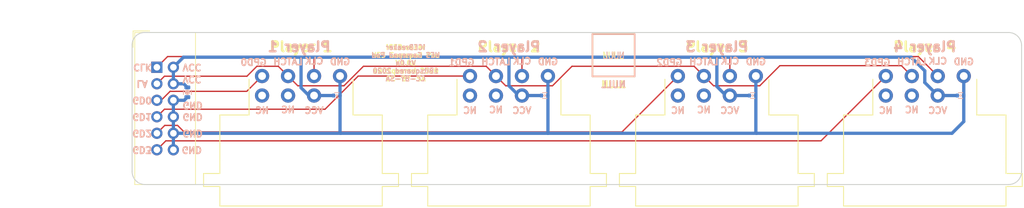
<source format=kicad_pcb>
(kicad_pcb (version 20171130) (host pcbnew 5.1.6-c6e7f7d~87~ubuntu20.04.1)

  (general
    (thickness 0.8)
    (drawings 63)
    (tracks 90)
    (zones 0)
    (modules 15)
    (nets 9)
  )

  (page A4)
  (title_block
    (title "iCEBreaker PMOD - Gamepad & Audio - NES Pod")
    (rev V1.0a)
    (company 1BitSquared)
    (comment 1 "2020 (C) 1BitSquared <info@1bitsquared.com>")
    (comment 2 "2020 (C) Piotr Esden-Tempski <piotr@esden.net>")
    (comment 3 "License: CC-BY-SA 4.0")
  )

  (layers
    (0 F.Cu signal)
    (31 B.Cu signal)
    (33 F.Adhes user)
    (34 B.Paste user)
    (35 F.Paste user)
    (36 B.SilkS user)
    (37 F.SilkS user)
    (38 B.Mask user)
    (39 F.Mask user)
    (40 Dwgs.User user)
    (44 Edge.Cuts user)
    (45 Margin user)
    (46 B.CrtYd user)
    (47 F.CrtYd user)
    (48 B.Fab user)
    (49 F.Fab user)
  )

  (setup
    (last_trace_width 0.2)
    (user_trace_width 0.3)
    (user_trace_width 0.5)
    (trace_clearance 0.2)
    (zone_clearance 0.2)
    (zone_45_only yes)
    (trace_min 0.2)
    (via_size 0.5)
    (via_drill 0.3)
    (via_min_size 0.5)
    (via_min_drill 0.3)
    (uvia_size 0.3)
    (uvia_drill 0.1)
    (uvias_allowed no)
    (uvia_min_size 0.2)
    (uvia_min_drill 0.1)
    (edge_width 0.15)
    (segment_width 0.15)
    (pcb_text_width 0.3)
    (pcb_text_size 1.5 1.5)
    (mod_edge_width 0.15)
    (mod_text_size 1 1)
    (mod_text_width 0.15)
    (pad_size 0.5 0.6)
    (pad_drill 0)
    (pad_to_mask_clearance 0.05)
    (solder_mask_min_width 0.05)
    (aux_axis_origin 37.4 85.7)
    (grid_origin 37.4 74)
    (visible_elements FFFFFF1F)
    (pcbplotparams
      (layerselection 0x010fc_ffffffff)
      (usegerberextensions true)
      (usegerberattributes false)
      (usegerberadvancedattributes false)
      (creategerberjobfile false)
      (excludeedgelayer true)
      (linewidth 0.300000)
      (plotframeref false)
      (viasonmask false)
      (mode 1)
      (useauxorigin true)
      (hpglpennumber 1)
      (hpglpenspeed 20)
      (hpglpendiameter 15.000000)
      (psnegative false)
      (psa4output false)
      (plotreference true)
      (plotvalue true)
      (plotinvisibletext false)
      (padsonsilk false)
      (subtractmaskfromsilk true)
      (outputformat 1)
      (mirror false)
      (drillshape 0)
      (scaleselection 1)
      (outputdirectory "gerber"))
  )

  (net 0 "")
  (net 1 GND)
  (net 2 /LATCH)
  (net 3 /CLK)
  (net 4 /GPD1)
  (net 5 /GPD0)
  (net 6 /GPD3)
  (net 7 /GPD2)
  (net 8 VCC)

  (net_class Default "This is the default net class."
    (clearance 0.2)
    (trace_width 0.2)
    (via_dia 0.5)
    (via_drill 0.3)
    (uvia_dia 0.3)
    (uvia_drill 0.1)
    (add_net /CLK)
    (add_net /GPD0)
    (add_net /GPD1)
    (add_net /GPD2)
    (add_net /GPD3)
    (add_net /LATCH)
    (add_net GND)
    (add_net VCC)
  )

  (module MountingHole:MountingHole_3.2mm_M3 (layer F.Cu) (tedit 5F330A57) (tstamp 5F33666E)
    (at 143.4 74)
    (descr "Mounting Hole 3.2mm, no annular, M3")
    (tags "mounting hole 3.2mm no annular m3")
    (attr virtual)
    (fp_text reference REF** (at 0 -4.2) (layer F.Fab)
      (effects (font (size 1 1) (thickness 0.15)))
    )
    (fp_text value MountingHole_3.2mm_M3 (at 0 4.2) (layer F.Fab)
      (effects (font (size 1 1) (thickness 0.15)))
    )
    (fp_circle (center 0 0) (end 3.45 0) (layer F.CrtYd) (width 0.05))
    (fp_circle (center 0 0) (end 3.2 0) (layer Cmts.User) (width 0.15))
    (pad 1 np_thru_hole circle (at 0 0) (size 3.2 3.2) (drill 3.2) (layers *.Cu *.Mask))
  )

  (module MountingHole:MountingHole_3.2mm_M3 (layer F.Cu) (tedit 5F330A42) (tstamp 5F336656)
    (at 111.4 74)
    (descr "Mounting Hole 3.2mm, no annular, M3")
    (tags "mounting hole 3.2mm no annular m3")
    (attr virtual)
    (fp_text reference REF** (at 0 -4.2) (layer F.Fab)
      (effects (font (size 1 1) (thickness 0.15)))
    )
    (fp_text value MountingHole_3.2mm_M3 (at 0 4.2) (layer F.Fab)
      (effects (font (size 1 1) (thickness 0.15)))
    )
    (fp_circle (center 0 0) (end 3.2 0) (layer Cmts.User) (width 0.15))
    (fp_circle (center 0 0) (end 3.45 0) (layer F.CrtYd) (width 0.05))
    (pad 1 np_thru_hole circle (at 0 0) (size 3.2 3.2) (drill 3.2) (layers *.Cu *.Mask))
  )

  (module MountingHole:MountingHole_3.2mm_M3 (layer F.Cu) (tedit 5F330A30) (tstamp 5F336658)
    (at 79.4 74)
    (descr "Mounting Hole 3.2mm, no annular, M3")
    (tags "mounting hole 3.2mm no annular m3")
    (attr virtual)
    (fp_text reference REF** (at 0 -4.2) (layer F.Fab)
      (effects (font (size 1 1) (thickness 0.15)))
    )
    (fp_text value MountingHole_3.2mm_M3 (at 0 4.2) (layer F.Fab)
      (effects (font (size 1 1) (thickness 0.15)))
    )
    (fp_circle (center 0 0) (end 3.45 0) (layer F.CrtYd) (width 0.05))
    (fp_circle (center 0 0) (end 3.2 0) (layer Cmts.User) (width 0.15))
    (pad 1 np_thru_hole circle (at 0 0) (size 3.2 3.2) (drill 3.2) (layers *.Cu *.Mask))
  )

  (module pkl_connectors:NES (layer F.Cu) (tedit 5F29DCDF) (tstamp 5F2B3D27)
    (at 153.4 69)
    (path /5EA2426E)
    (fp_text reference J5 (at -3.25 0 270) (layer F.Fab)
      (effects (font (size 1 1) (thickness 0.15)))
    )
    (fp_text value NES (at 0 -3) (layer F.Fab) hide
      (effects (font (size 1 1) (thickness 0.15)))
    )
    (fp_line (start 14 6) (end 14 0.5) (layer F.SilkS) (width 0.15))
    (fp_line (start 18.5 6) (end 14 6) (layer F.SilkS) (width 0.15))
    (fp_line (start 18.5 15) (end 18.5 6) (layer F.SilkS) (width 0.15))
    (fp_line (start 21 15) (end 18.5 15) (layer F.SilkS) (width 0.15))
    (fp_line (start 21 17) (end 21 15) (layer F.SilkS) (width 0.15))
    (fp_line (start 18.5 17) (end 21 17) (layer F.SilkS) (width 0.15))
    (fp_line (start 18.5 20) (end 18.5 17) (layer F.SilkS) (width 0.15))
    (fp_line (start -6.5 20) (end 18.5 20) (layer F.SilkS) (width 0.15))
    (fp_line (start -6.5 17) (end -6.5 20) (layer F.SilkS) (width 0.15))
    (fp_line (start -9 17) (end -6.5 17) (layer F.SilkS) (width 0.15))
    (fp_line (start -9 15) (end -9 17) (layer F.SilkS) (width 0.15))
    (fp_line (start -6.5 15) (end -9 15) (layer F.SilkS) (width 0.15))
    (fp_line (start -6.5 6) (end -6.5 15) (layer F.SilkS) (width 0.15))
    (fp_line (start -2 6) (end -6.5 6) (layer F.SilkS) (width 0.15))
    (fp_line (start 14.25 5.75) (end 14.25 -2) (layer F.CrtYd) (width 0.05))
    (fp_line (start 18.75 5.75) (end 14.25 5.75) (layer F.CrtYd) (width 0.05))
    (fp_line (start 18.75 14.75) (end 18.75 5.75) (layer F.CrtYd) (width 0.05))
    (fp_line (start 21.25 14.75) (end 18.75 14.75) (layer F.CrtYd) (width 0.05))
    (fp_line (start 21.25 17.25) (end 21.25 14.75) (layer F.CrtYd) (width 0.05))
    (fp_line (start 18.75 17.25) (end 21.25 17.25) (layer F.CrtYd) (width 0.05))
    (fp_line (start 18.75 20.25) (end 18.75 17.25) (layer F.CrtYd) (width 0.05))
    (fp_line (start -6.75 20.25) (end 18.75 20.25) (layer F.CrtYd) (width 0.05))
    (fp_line (start -6.75 17.25) (end -6.75 20.25) (layer F.CrtYd) (width 0.05))
    (fp_line (start -9.25 17.25) (end -6.75 17.25) (layer F.CrtYd) (width 0.05))
    (fp_line (start -9.25 14.75) (end -9.25 17.25) (layer F.CrtYd) (width 0.05))
    (fp_line (start -6.75 14.75) (end -9.25 14.75) (layer F.CrtYd) (width 0.05))
    (fp_line (start -6.75 5.75) (end -6.75 14.75) (layer F.CrtYd) (width 0.05))
    (fp_line (start -2.25 5.75) (end -6.75 5.75) (layer F.CrtYd) (width 0.05))
    (fp_line (start -2.25 -2) (end -2.25 5.75) (layer F.CrtYd) (width 0.05))
    (fp_line (start -9 17) (end -6.5 17) (layer F.Fab) (width 0.12))
    (fp_line (start -9 15) (end -9 17) (layer F.Fab) (width 0.12))
    (fp_line (start -6.5 15) (end -9 15) (layer F.Fab) (width 0.12))
    (fp_line (start 21 17) (end 18.5 17) (layer F.Fab) (width 0.12))
    (fp_line (start 21 15) (end 21 17) (layer F.Fab) (width 0.12))
    (fp_line (start 18.5 15) (end 21 15) (layer F.Fab) (width 0.12))
    (fp_line (start -6.5 6) (end -2 6) (layer F.Fab) (width 0.12))
    (fp_line (start -6.5 20) (end -6.5 6) (layer F.Fab) (width 0.12))
    (fp_line (start 18.5 20) (end -6.5 20) (layer F.Fab) (width 0.12))
    (fp_line (start 18.5 6) (end 18.5 20) (layer F.Fab) (width 0.12))
    (fp_line (start 14 6) (end 18.5 6) (layer F.Fab) (width 0.12))
    (fp_line (start -2 0.5) (end -2 6) (layer F.SilkS) (width 0.15))
    (fp_circle (center 0 0) (end 1.65 0) (layer F.Fab) (width 0.12))
    (fp_circle (center 4 0) (end 5.65 0) (layer F.Fab) (width 0.12))
    (fp_circle (center 8 0) (end 9.65 0) (layer F.Fab) (width 0.12))
    (fp_circle (center 12 0) (end 13.65 0) (layer F.Fab) (width 0.12))
    (fp_circle (center 0 3) (end 1.65 3) (layer F.Fab) (width 0.12))
    (fp_circle (center 4 3) (end 5.65 3) (layer F.Fab) (width 0.12))
    (fp_circle (center 8 3) (end 9.65 3) (layer F.Fab) (width 0.12))
    (fp_line (start -2 0.5) (end 14 0.5) (layer F.Fab) (width 0.12))
    (fp_line (start -2 0.5) (end -2 6) (layer F.Fab) (width 0.12))
    (fp_line (start 14 0.5) (end 14 6) (layer F.Fab) (width 0.12))
    (fp_line (start -2.25 -2) (end 14.25 -2) (layer F.CrtYd) (width 0.05))
    (pad "" np_thru_hole circle (at -4 13.25) (size 4.1 4.1) (drill 4.1) (layers *.Cu *.Mask))
    (pad "" np_thru_hole circle (at 16 13) (size 4.1 4.1) (drill 4.1) (layers *.Cu *.Mask))
    (pad 7 thru_hole circle (at 8 3) (size 2.2 2.2) (drill 1.2) (layers *.Cu *.Mask)
      (net 8 VCC))
    (pad 6 thru_hole circle (at 4 3) (size 2.2 2.2) (drill 1.2) (layers *.Cu *.Mask))
    (pad 5 thru_hole circle (at 0 3) (size 2.2 2.2) (drill 1.2) (layers *.Cu *.Mask))
    (pad 4 thru_hole circle (at 12 0) (size 2.2 2.2) (drill 1.2) (layers *.Cu *.Mask)
      (net 1 GND))
    (pad 3 thru_hole circle (at 8 0) (size 2.2 2.2) (drill 1.2) (layers *.Cu *.Mask)
      (net 3 /CLK))
    (pad 2 thru_hole circle (at 4 0) (size 2.2 2.2) (drill 1.2) (layers *.Cu *.Mask)
      (net 2 /LATCH))
    (pad 1 thru_hole circle (at 0 0) (size 2.2 2.2) (drill 1.2) (layers *.Cu *.Mask)
      (net 6 /GPD3))
  )

  (module pkl_connectors:NES (layer F.Cu) (tedit 5F29DCDF) (tstamp 5F2B3CE6)
    (at 121.4 69)
    (path /5EA228D3)
    (fp_text reference J4 (at -3.25 0 270) (layer F.Fab)
      (effects (font (size 1 1) (thickness 0.15)))
    )
    (fp_text value NES (at 0 -3) (layer F.Fab) hide
      (effects (font (size 1 1) (thickness 0.15)))
    )
    (fp_line (start 14 6) (end 14 0.5) (layer F.SilkS) (width 0.15))
    (fp_line (start 18.5 6) (end 14 6) (layer F.SilkS) (width 0.15))
    (fp_line (start 18.5 15) (end 18.5 6) (layer F.SilkS) (width 0.15))
    (fp_line (start 21 15) (end 18.5 15) (layer F.SilkS) (width 0.15))
    (fp_line (start 21 17) (end 21 15) (layer F.SilkS) (width 0.15))
    (fp_line (start 18.5 17) (end 21 17) (layer F.SilkS) (width 0.15))
    (fp_line (start 18.5 20) (end 18.5 17) (layer F.SilkS) (width 0.15))
    (fp_line (start -6.5 20) (end 18.5 20) (layer F.SilkS) (width 0.15))
    (fp_line (start -6.5 17) (end -6.5 20) (layer F.SilkS) (width 0.15))
    (fp_line (start -9 17) (end -6.5 17) (layer F.SilkS) (width 0.15))
    (fp_line (start -9 15) (end -9 17) (layer F.SilkS) (width 0.15))
    (fp_line (start -6.5 15) (end -9 15) (layer F.SilkS) (width 0.15))
    (fp_line (start -6.5 6) (end -6.5 15) (layer F.SilkS) (width 0.15))
    (fp_line (start -2 6) (end -6.5 6) (layer F.SilkS) (width 0.15))
    (fp_line (start 14.25 5.75) (end 14.25 -2) (layer F.CrtYd) (width 0.05))
    (fp_line (start 18.75 5.75) (end 14.25 5.75) (layer F.CrtYd) (width 0.05))
    (fp_line (start 18.75 14.75) (end 18.75 5.75) (layer F.CrtYd) (width 0.05))
    (fp_line (start 21.25 14.75) (end 18.75 14.75) (layer F.CrtYd) (width 0.05))
    (fp_line (start 21.25 17.25) (end 21.25 14.75) (layer F.CrtYd) (width 0.05))
    (fp_line (start 18.75 17.25) (end 21.25 17.25) (layer F.CrtYd) (width 0.05))
    (fp_line (start 18.75 20.25) (end 18.75 17.25) (layer F.CrtYd) (width 0.05))
    (fp_line (start -6.75 20.25) (end 18.75 20.25) (layer F.CrtYd) (width 0.05))
    (fp_line (start -6.75 17.25) (end -6.75 20.25) (layer F.CrtYd) (width 0.05))
    (fp_line (start -9.25 17.25) (end -6.75 17.25) (layer F.CrtYd) (width 0.05))
    (fp_line (start -9.25 14.75) (end -9.25 17.25) (layer F.CrtYd) (width 0.05))
    (fp_line (start -6.75 14.75) (end -9.25 14.75) (layer F.CrtYd) (width 0.05))
    (fp_line (start -6.75 5.75) (end -6.75 14.75) (layer F.CrtYd) (width 0.05))
    (fp_line (start -2.25 5.75) (end -6.75 5.75) (layer F.CrtYd) (width 0.05))
    (fp_line (start -2.25 -2) (end -2.25 5.75) (layer F.CrtYd) (width 0.05))
    (fp_line (start -9 17) (end -6.5 17) (layer F.Fab) (width 0.12))
    (fp_line (start -9 15) (end -9 17) (layer F.Fab) (width 0.12))
    (fp_line (start -6.5 15) (end -9 15) (layer F.Fab) (width 0.12))
    (fp_line (start 21 17) (end 18.5 17) (layer F.Fab) (width 0.12))
    (fp_line (start 21 15) (end 21 17) (layer F.Fab) (width 0.12))
    (fp_line (start 18.5 15) (end 21 15) (layer F.Fab) (width 0.12))
    (fp_line (start -6.5 6) (end -2 6) (layer F.Fab) (width 0.12))
    (fp_line (start -6.5 20) (end -6.5 6) (layer F.Fab) (width 0.12))
    (fp_line (start 18.5 20) (end -6.5 20) (layer F.Fab) (width 0.12))
    (fp_line (start 18.5 6) (end 18.5 20) (layer F.Fab) (width 0.12))
    (fp_line (start 14 6) (end 18.5 6) (layer F.Fab) (width 0.12))
    (fp_line (start -2 0.5) (end -2 6) (layer F.SilkS) (width 0.15))
    (fp_circle (center 0 0) (end 1.65 0) (layer F.Fab) (width 0.12))
    (fp_circle (center 4 0) (end 5.65 0) (layer F.Fab) (width 0.12))
    (fp_circle (center 8 0) (end 9.65 0) (layer F.Fab) (width 0.12))
    (fp_circle (center 12 0) (end 13.65 0) (layer F.Fab) (width 0.12))
    (fp_circle (center 0 3) (end 1.65 3) (layer F.Fab) (width 0.12))
    (fp_circle (center 4 3) (end 5.65 3) (layer F.Fab) (width 0.12))
    (fp_circle (center 8 3) (end 9.65 3) (layer F.Fab) (width 0.12))
    (fp_line (start -2 0.5) (end 14 0.5) (layer F.Fab) (width 0.12))
    (fp_line (start -2 0.5) (end -2 6) (layer F.Fab) (width 0.12))
    (fp_line (start 14 0.5) (end 14 6) (layer F.Fab) (width 0.12))
    (fp_line (start -2.25 -2) (end 14.25 -2) (layer F.CrtYd) (width 0.05))
    (pad "" np_thru_hole circle (at -4 13.25) (size 4.1 4.1) (drill 4.1) (layers *.Cu *.Mask))
    (pad "" np_thru_hole circle (at 16 13) (size 4.1 4.1) (drill 4.1) (layers *.Cu *.Mask))
    (pad 7 thru_hole circle (at 8 3) (size 2.2 2.2) (drill 1.2) (layers *.Cu *.Mask)
      (net 8 VCC))
    (pad 6 thru_hole circle (at 4 3) (size 2.2 2.2) (drill 1.2) (layers *.Cu *.Mask))
    (pad 5 thru_hole circle (at 0 3) (size 2.2 2.2) (drill 1.2) (layers *.Cu *.Mask))
    (pad 4 thru_hole circle (at 12 0) (size 2.2 2.2) (drill 1.2) (layers *.Cu *.Mask)
      (net 1 GND))
    (pad 3 thru_hole circle (at 8 0) (size 2.2 2.2) (drill 1.2) (layers *.Cu *.Mask)
      (net 3 /CLK))
    (pad 2 thru_hole circle (at 4 0) (size 2.2 2.2) (drill 1.2) (layers *.Cu *.Mask)
      (net 2 /LATCH))
    (pad 1 thru_hole circle (at 0 0) (size 2.2 2.2) (drill 1.2) (layers *.Cu *.Mask)
      (net 7 /GPD2))
  )

  (module pkl_connectors:NES (layer F.Cu) (tedit 5F29DCDF) (tstamp 5F2B3C55)
    (at 89.4 69)
    (path /5EA2131C)
    (fp_text reference J2 (at -3.25 0 270) (layer F.Fab)
      (effects (font (size 1 1) (thickness 0.15)))
    )
    (fp_text value NES (at 0 -3) (layer F.Fab) hide
      (effects (font (size 1 1) (thickness 0.15)))
    )
    (fp_line (start 14 6) (end 14 0.5) (layer F.SilkS) (width 0.15))
    (fp_line (start 18.5 6) (end 14 6) (layer F.SilkS) (width 0.15))
    (fp_line (start 18.5 15) (end 18.5 6) (layer F.SilkS) (width 0.15))
    (fp_line (start 21 15) (end 18.5 15) (layer F.SilkS) (width 0.15))
    (fp_line (start 21 17) (end 21 15) (layer F.SilkS) (width 0.15))
    (fp_line (start 18.5 17) (end 21 17) (layer F.SilkS) (width 0.15))
    (fp_line (start 18.5 20) (end 18.5 17) (layer F.SilkS) (width 0.15))
    (fp_line (start -6.5 20) (end 18.5 20) (layer F.SilkS) (width 0.15))
    (fp_line (start -6.5 17) (end -6.5 20) (layer F.SilkS) (width 0.15))
    (fp_line (start -9 17) (end -6.5 17) (layer F.SilkS) (width 0.15))
    (fp_line (start -9 15) (end -9 17) (layer F.SilkS) (width 0.15))
    (fp_line (start -6.5 15) (end -9 15) (layer F.SilkS) (width 0.15))
    (fp_line (start -6.5 6) (end -6.5 15) (layer F.SilkS) (width 0.15))
    (fp_line (start -2 6) (end -6.5 6) (layer F.SilkS) (width 0.15))
    (fp_line (start 14.25 5.75) (end 14.25 -2) (layer F.CrtYd) (width 0.05))
    (fp_line (start 18.75 5.75) (end 14.25 5.75) (layer F.CrtYd) (width 0.05))
    (fp_line (start 18.75 14.75) (end 18.75 5.75) (layer F.CrtYd) (width 0.05))
    (fp_line (start 21.25 14.75) (end 18.75 14.75) (layer F.CrtYd) (width 0.05))
    (fp_line (start 21.25 17.25) (end 21.25 14.75) (layer F.CrtYd) (width 0.05))
    (fp_line (start 18.75 17.25) (end 21.25 17.25) (layer F.CrtYd) (width 0.05))
    (fp_line (start 18.75 20.25) (end 18.75 17.25) (layer F.CrtYd) (width 0.05))
    (fp_line (start -6.75 20.25) (end 18.75 20.25) (layer F.CrtYd) (width 0.05))
    (fp_line (start -6.75 17.25) (end -6.75 20.25) (layer F.CrtYd) (width 0.05))
    (fp_line (start -9.25 17.25) (end -6.75 17.25) (layer F.CrtYd) (width 0.05))
    (fp_line (start -9.25 14.75) (end -9.25 17.25) (layer F.CrtYd) (width 0.05))
    (fp_line (start -6.75 14.75) (end -9.25 14.75) (layer F.CrtYd) (width 0.05))
    (fp_line (start -6.75 5.75) (end -6.75 14.75) (layer F.CrtYd) (width 0.05))
    (fp_line (start -2.25 5.75) (end -6.75 5.75) (layer F.CrtYd) (width 0.05))
    (fp_line (start -2.25 -2) (end -2.25 5.75) (layer F.CrtYd) (width 0.05))
    (fp_line (start -9 17) (end -6.5 17) (layer F.Fab) (width 0.12))
    (fp_line (start -9 15) (end -9 17) (layer F.Fab) (width 0.12))
    (fp_line (start -6.5 15) (end -9 15) (layer F.Fab) (width 0.12))
    (fp_line (start 21 17) (end 18.5 17) (layer F.Fab) (width 0.12))
    (fp_line (start 21 15) (end 21 17) (layer F.Fab) (width 0.12))
    (fp_line (start 18.5 15) (end 21 15) (layer F.Fab) (width 0.12))
    (fp_line (start -6.5 6) (end -2 6) (layer F.Fab) (width 0.12))
    (fp_line (start -6.5 20) (end -6.5 6) (layer F.Fab) (width 0.12))
    (fp_line (start 18.5 20) (end -6.5 20) (layer F.Fab) (width 0.12))
    (fp_line (start 18.5 6) (end 18.5 20) (layer F.Fab) (width 0.12))
    (fp_line (start 14 6) (end 18.5 6) (layer F.Fab) (width 0.12))
    (fp_line (start -2 0.5) (end -2 6) (layer F.SilkS) (width 0.15))
    (fp_circle (center 0 0) (end 1.65 0) (layer F.Fab) (width 0.12))
    (fp_circle (center 4 0) (end 5.65 0) (layer F.Fab) (width 0.12))
    (fp_circle (center 8 0) (end 9.65 0) (layer F.Fab) (width 0.12))
    (fp_circle (center 12 0) (end 13.65 0) (layer F.Fab) (width 0.12))
    (fp_circle (center 0 3) (end 1.65 3) (layer F.Fab) (width 0.12))
    (fp_circle (center 4 3) (end 5.65 3) (layer F.Fab) (width 0.12))
    (fp_circle (center 8 3) (end 9.65 3) (layer F.Fab) (width 0.12))
    (fp_line (start -2 0.5) (end 14 0.5) (layer F.Fab) (width 0.12))
    (fp_line (start -2 0.5) (end -2 6) (layer F.Fab) (width 0.12))
    (fp_line (start 14 0.5) (end 14 6) (layer F.Fab) (width 0.12))
    (fp_line (start -2.25 -2) (end 14.25 -2) (layer F.CrtYd) (width 0.05))
    (pad "" np_thru_hole circle (at -4 13.25) (size 4.1 4.1) (drill 4.1) (layers *.Cu *.Mask))
    (pad "" np_thru_hole circle (at 16 13) (size 4.1 4.1) (drill 4.1) (layers *.Cu *.Mask))
    (pad 7 thru_hole circle (at 8 3) (size 2.2 2.2) (drill 1.2) (layers *.Cu *.Mask)
      (net 8 VCC))
    (pad 6 thru_hole circle (at 4 3) (size 2.2 2.2) (drill 1.2) (layers *.Cu *.Mask))
    (pad 5 thru_hole circle (at 0 3) (size 2.2 2.2) (drill 1.2) (layers *.Cu *.Mask))
    (pad 4 thru_hole circle (at 12 0) (size 2.2 2.2) (drill 1.2) (layers *.Cu *.Mask)
      (net 1 GND))
    (pad 3 thru_hole circle (at 8 0) (size 2.2 2.2) (drill 1.2) (layers *.Cu *.Mask)
      (net 3 /CLK))
    (pad 2 thru_hole circle (at 4 0) (size 2.2 2.2) (drill 1.2) (layers *.Cu *.Mask)
      (net 2 /LATCH))
    (pad 1 thru_hole circle (at 0 0) (size 2.2 2.2) (drill 1.2) (layers *.Cu *.Mask)
      (net 4 /GPD1))
  )

  (module pkl_connectors:NES (layer F.Cu) (tedit 5F29DCDF) (tstamp 5F2B3C14)
    (at 57.4 69)
    (path /5EA12A6A)
    (fp_text reference J1 (at -3.25 0 270) (layer F.Fab)
      (effects (font (size 1 1) (thickness 0.15)))
    )
    (fp_text value NES (at 0 -3) (layer F.Fab) hide
      (effects (font (size 1 1) (thickness 0.15)))
    )
    (fp_line (start 14 6) (end 14 0.5) (layer F.SilkS) (width 0.15))
    (fp_line (start 18.5 6) (end 14 6) (layer F.SilkS) (width 0.15))
    (fp_line (start 18.5 15) (end 18.5 6) (layer F.SilkS) (width 0.15))
    (fp_line (start 21 15) (end 18.5 15) (layer F.SilkS) (width 0.15))
    (fp_line (start 21 17) (end 21 15) (layer F.SilkS) (width 0.15))
    (fp_line (start 18.5 17) (end 21 17) (layer F.SilkS) (width 0.15))
    (fp_line (start 18.5 20) (end 18.5 17) (layer F.SilkS) (width 0.15))
    (fp_line (start -6.5 20) (end 18.5 20) (layer F.SilkS) (width 0.15))
    (fp_line (start -6.5 17) (end -6.5 20) (layer F.SilkS) (width 0.15))
    (fp_line (start -9 17) (end -6.5 17) (layer F.SilkS) (width 0.15))
    (fp_line (start -9 15) (end -9 17) (layer F.SilkS) (width 0.15))
    (fp_line (start -6.5 15) (end -9 15) (layer F.SilkS) (width 0.15))
    (fp_line (start -6.5 6) (end -6.5 15) (layer F.SilkS) (width 0.15))
    (fp_line (start -2 6) (end -6.5 6) (layer F.SilkS) (width 0.15))
    (fp_line (start 14.25 5.75) (end 14.25 -2) (layer F.CrtYd) (width 0.05))
    (fp_line (start 18.75 5.75) (end 14.25 5.75) (layer F.CrtYd) (width 0.05))
    (fp_line (start 18.75 14.75) (end 18.75 5.75) (layer F.CrtYd) (width 0.05))
    (fp_line (start 21.25 14.75) (end 18.75 14.75) (layer F.CrtYd) (width 0.05))
    (fp_line (start 21.25 17.25) (end 21.25 14.75) (layer F.CrtYd) (width 0.05))
    (fp_line (start 18.75 17.25) (end 21.25 17.25) (layer F.CrtYd) (width 0.05))
    (fp_line (start 18.75 20.25) (end 18.75 17.25) (layer F.CrtYd) (width 0.05))
    (fp_line (start -6.75 20.25) (end 18.75 20.25) (layer F.CrtYd) (width 0.05))
    (fp_line (start -6.75 17.25) (end -6.75 20.25) (layer F.CrtYd) (width 0.05))
    (fp_line (start -9.25 17.25) (end -6.75 17.25) (layer F.CrtYd) (width 0.05))
    (fp_line (start -9.25 14.75) (end -9.25 17.25) (layer F.CrtYd) (width 0.05))
    (fp_line (start -6.75 14.75) (end -9.25 14.75) (layer F.CrtYd) (width 0.05))
    (fp_line (start -6.75 5.75) (end -6.75 14.75) (layer F.CrtYd) (width 0.05))
    (fp_line (start -2.25 5.75) (end -6.75 5.75) (layer F.CrtYd) (width 0.05))
    (fp_line (start -2.25 -2) (end -2.25 5.75) (layer F.CrtYd) (width 0.05))
    (fp_line (start -9 17) (end -6.5 17) (layer F.Fab) (width 0.12))
    (fp_line (start -9 15) (end -9 17) (layer F.Fab) (width 0.12))
    (fp_line (start -6.5 15) (end -9 15) (layer F.Fab) (width 0.12))
    (fp_line (start 21 17) (end 18.5 17) (layer F.Fab) (width 0.12))
    (fp_line (start 21 15) (end 21 17) (layer F.Fab) (width 0.12))
    (fp_line (start 18.5 15) (end 21 15) (layer F.Fab) (width 0.12))
    (fp_line (start -6.5 6) (end -2 6) (layer F.Fab) (width 0.12))
    (fp_line (start -6.5 20) (end -6.5 6) (layer F.Fab) (width 0.12))
    (fp_line (start 18.5 20) (end -6.5 20) (layer F.Fab) (width 0.12))
    (fp_line (start 18.5 6) (end 18.5 20) (layer F.Fab) (width 0.12))
    (fp_line (start 14 6) (end 18.5 6) (layer F.Fab) (width 0.12))
    (fp_line (start -2 0.5) (end -2 6) (layer F.SilkS) (width 0.15))
    (fp_circle (center 0 0) (end 1.65 0) (layer F.Fab) (width 0.12))
    (fp_circle (center 4 0) (end 5.65 0) (layer F.Fab) (width 0.12))
    (fp_circle (center 8 0) (end 9.65 0) (layer F.Fab) (width 0.12))
    (fp_circle (center 12 0) (end 13.65 0) (layer F.Fab) (width 0.12))
    (fp_circle (center 0 3) (end 1.65 3) (layer F.Fab) (width 0.12))
    (fp_circle (center 4 3) (end 5.65 3) (layer F.Fab) (width 0.12))
    (fp_circle (center 8 3) (end 9.65 3) (layer F.Fab) (width 0.12))
    (fp_line (start -2 0.5) (end 14 0.5) (layer F.Fab) (width 0.12))
    (fp_line (start -2 0.5) (end -2 6) (layer F.Fab) (width 0.12))
    (fp_line (start 14 0.5) (end 14 6) (layer F.Fab) (width 0.12))
    (fp_line (start -2.25 -2) (end 14.25 -2) (layer F.CrtYd) (width 0.05))
    (pad "" np_thru_hole circle (at -4 13.25) (size 4.1 4.1) (drill 4.1) (layers *.Cu *.Mask))
    (pad "" np_thru_hole circle (at 16 13) (size 4.1 4.1) (drill 4.1) (layers *.Cu *.Mask))
    (pad 7 thru_hole circle (at 8 3) (size 2.2 2.2) (drill 1.2) (layers *.Cu *.Mask)
      (net 8 VCC))
    (pad 6 thru_hole circle (at 4 3) (size 2.2 2.2) (drill 1.2) (layers *.Cu *.Mask))
    (pad 5 thru_hole circle (at 0 3) (size 2.2 2.2) (drill 1.2) (layers *.Cu *.Mask))
    (pad 4 thru_hole circle (at 12 0) (size 2.2 2.2) (drill 1.2) (layers *.Cu *.Mask)
      (net 1 GND))
    (pad 3 thru_hole circle (at 8 0) (size 2.2 2.2) (drill 1.2) (layers *.Cu *.Mask)
      (net 3 /CLK))
    (pad 2 thru_hole circle (at 4 0) (size 2.2 2.2) (drill 1.2) (layers *.Cu *.Mask)
      (net 2 /LATCH))
    (pad 1 thru_hole circle (at 0 0) (size 2.2 2.2) (drill 1.2) (layers *.Cu *.Mask)
      (net 5 /GPD0))
  )

  (module pkl_logos:null_Logo_SilkS_6.5mm locked (layer F.Cu) (tedit 5E7ED19E) (tstamp 5BEA8E64)
    (at 111.5 65.8)
    (fp_text reference REF** (at 0 4) (layer F.Fab) hide
      (effects (font (size 1 1) (thickness 0.15)))
    )
    (fp_text value null_Logo_SilkS_6.5mm (at 0 -4) (layer F.Fab) hide
      (effects (font (size 1 1) (thickness 0.15)))
    )
    (fp_arc (start -0.4 0.2) (end -0.7 0.2) (angle -180) (layer F.SilkS) (width 0.15))
    (fp_line (start -3.25 3.25) (end 3.25 3.25) (layer F.SilkS) (width 0.26))
    (fp_line (start 3.25 -3.25) (end 3.25 3.25) (layer F.SilkS) (width 0.26))
    (fp_line (start -3.25 -3.25) (end -3.25 3.25) (layer F.SilkS) (width 0.26))
    (fp_line (start 3.25 -3.25) (end -3.25 -3.25) (layer F.SilkS) (width 0.26))
    (fp_line (start -1.5 0.5) (end -1.5 -0.5) (layer F.SilkS) (width 0.15))
    (fp_line (start -1.5 -0.5) (end -1 0.5) (layer F.SilkS) (width 0.15))
    (fp_line (start -1 0.5) (end -1 -0.5) (layer F.SilkS) (width 0.15))
    (fp_line (start -0.7 -0.5) (end -0.7 0.2) (layer F.SilkS) (width 0.15))
    (fp_line (start -0.1 0.2) (end -0.1 -0.5) (layer F.SilkS) (width 0.15))
    (fp_line (start 0.2 -0.5) (end 0.2 0.5) (layer F.SilkS) (width 0.15))
    (fp_line (start 0.2 0.5) (end 0.7 0.5) (layer F.SilkS) (width 0.15))
    (fp_line (start 1 -0.5) (end 1 0.5) (layer F.SilkS) (width 0.15))
    (fp_line (start 1 0.5) (end 1.5 0.5) (layer F.SilkS) (width 0.15))
  )

  (module pkl_logos:null_Logo_SilkS_6.5mm locked (layer B.Cu) (tedit 5E7ED19E) (tstamp 5E986C13)
    (at 111.5 65.8 180)
    (fp_text reference REF** (at 0 -4) (layer B.Fab) hide
      (effects (font (size 1 1) (thickness 0.15)) (justify mirror))
    )
    (fp_text value null_Logo_SilkS_6.5mm (at 0 4) (layer B.Fab) hide
      (effects (font (size 1 1) (thickness 0.15)) (justify mirror))
    )
    (fp_arc (start -0.4 -0.2) (end -0.7 -0.2) (angle 180) (layer B.SilkS) (width 0.15))
    (fp_line (start -3.25 -3.25) (end 3.25 -3.25) (layer B.SilkS) (width 0.26))
    (fp_line (start 3.25 3.25) (end 3.25 -3.25) (layer B.SilkS) (width 0.26))
    (fp_line (start -3.25 3.25) (end -3.25 -3.25) (layer B.SilkS) (width 0.26))
    (fp_line (start 3.25 3.25) (end -3.25 3.25) (layer B.SilkS) (width 0.26))
    (fp_line (start -1.5 -0.5) (end -1.5 0.5) (layer B.SilkS) (width 0.15))
    (fp_line (start -1.5 0.5) (end -1 -0.5) (layer B.SilkS) (width 0.15))
    (fp_line (start -1 -0.5) (end -1 0.5) (layer B.SilkS) (width 0.15))
    (fp_line (start -0.7 0.5) (end -0.7 -0.2) (layer B.SilkS) (width 0.15))
    (fp_line (start -0.1 -0.2) (end -0.1 0.5) (layer B.SilkS) (width 0.15))
    (fp_line (start 0.2 0.5) (end 0.2 -0.5) (layer B.SilkS) (width 0.15))
    (fp_line (start 0.2 -0.5) (end 0.7 -0.5) (layer B.SilkS) (width 0.15))
    (fp_line (start 1 0.5) (end 1 -0.5) (layer B.SilkS) (width 0.15))
    (fp_line (start 1 -0.5) (end 1.5 -0.5) (layer B.SilkS) (width 0.15))
  )

  (module Connector_IDC:IDC-Header_2x06_P2.54mm_Vertical (layer F.Cu) (tedit 5E97A38F) (tstamp 5E97612D)
    (at 41.21 67.65)
    (descr "Through hole straight IDC box header, 2x06, 2.54mm pitch, double rows")
    (tags "Through hole IDC box header THT 2x06 2.54mm double row")
    (path /5EAB5279)
    (fp_text reference J3 (at 1.27 -6.604) (layer F.Fab)
      (effects (font (size 1 1) (thickness 0.15)))
    )
    (fp_text value Gamepads (at 1.27 19.304) (layer F.Fab)
      (effects (font (size 1 1) (thickness 0.15)))
    )
    (fp_line (start -3.655 -5.6) (end -1.115 -5.6) (layer F.SilkS) (width 0.12))
    (fp_line (start -3.655 -5.6) (end -3.655 -3.06) (layer F.SilkS) (width 0.12))
    (fp_line (start -3.405 -5.35) (end 5.945 -5.35) (layer F.SilkS) (width 0.12))
    (fp_line (start -3.405 18.05) (end -3.405 -5.35) (layer F.SilkS) (width 0.12))
    (fp_line (start 5.945 18.05) (end -3.405 18.05) (layer F.SilkS) (width 0.12))
    (fp_line (start 5.945 -5.35) (end 5.945 18.05) (layer F.SilkS) (width 0.12))
    (fp_line (start -3.41 -5.35) (end 5.95 -5.35) (layer F.CrtYd) (width 0.05))
    (fp_line (start -3.41 18.05) (end -3.41 -5.35) (layer F.CrtYd) (width 0.05))
    (fp_line (start 5.95 18.05) (end -3.41 18.05) (layer F.CrtYd) (width 0.05))
    (fp_line (start 5.95 -5.35) (end 5.95 18.05) (layer F.CrtYd) (width 0.05))
    (fp_line (start -3.155 17.8) (end -2.605 17.24) (layer F.Fab) (width 0.1))
    (fp_line (start -3.155 -5.1) (end -2.605 -4.56) (layer F.Fab) (width 0.1))
    (fp_line (start 5.695 17.8) (end 5.145 17.24) (layer F.Fab) (width 0.1))
    (fp_line (start 5.695 -5.1) (end 5.145 -4.56) (layer F.Fab) (width 0.1))
    (fp_line (start 5.145 17.24) (end -2.605 17.24) (layer F.Fab) (width 0.1))
    (fp_line (start 5.695 17.8) (end -3.155 17.8) (layer F.Fab) (width 0.1))
    (fp_line (start 5.145 -4.56) (end -2.605 -4.56) (layer F.Fab) (width 0.1))
    (fp_line (start 5.695 -5.1) (end -3.155 -5.1) (layer F.Fab) (width 0.1))
    (fp_line (start -2.605 8.6) (end -3.155 8.6) (layer F.Fab) (width 0.1))
    (fp_line (start -2.605 4.1) (end -3.155 4.1) (layer F.Fab) (width 0.1))
    (fp_line (start -2.605 8.6) (end -2.605 17.24) (layer F.Fab) (width 0.1))
    (fp_line (start -2.605 -4.56) (end -2.605 4.1) (layer F.Fab) (width 0.1))
    (fp_line (start -3.155 -5.1) (end -3.155 17.8) (layer F.Fab) (width 0.1))
    (fp_line (start 5.145 -4.56) (end 5.145 17.24) (layer F.Fab) (width 0.1))
    (fp_line (start 5.695 -5.1) (end 5.695 17.8) (layer F.Fab) (width 0.1))
    (pad 12 thru_hole oval (at 2.54 12.7) (size 1.7272 1.7272) (drill 1.016) (layers *.Cu *.Mask)
      (net 1 GND))
    (pad 11 thru_hole oval (at 0 12.7) (size 1.7272 1.7272) (drill 1.016) (layers *.Cu *.Mask)
      (net 6 /GPD3))
    (pad 10 thru_hole oval (at 2.54 10.16) (size 1.7272 1.7272) (drill 1.016) (layers *.Cu *.Mask)
      (net 1 GND))
    (pad 9 thru_hole oval (at 0 10.16) (size 1.7272 1.7272) (drill 1.016) (layers *.Cu *.Mask)
      (net 7 /GPD2))
    (pad 8 thru_hole oval (at 2.54 7.62) (size 1.7272 1.7272) (drill 1.016) (layers *.Cu *.Mask)
      (net 1 GND))
    (pad 7 thru_hole oval (at 0 7.62) (size 1.7272 1.7272) (drill 1.016) (layers *.Cu *.Mask)
      (net 4 /GPD1))
    (pad 6 thru_hole oval (at 2.54 5.08) (size 1.7272 1.7272) (drill 1.016) (layers *.Cu *.Mask)
      (net 1 GND))
    (pad 5 thru_hole oval (at 0 5.08) (size 1.7272 1.7272) (drill 1.016) (layers *.Cu *.Mask)
      (net 5 /GPD0))
    (pad 4 thru_hole oval (at 2.54 2.54) (size 1.7272 1.7272) (drill 1.016) (layers *.Cu *.Mask)
      (net 8 VCC))
    (pad 3 thru_hole oval (at 0 2.54) (size 1.7272 1.7272) (drill 1.016) (layers *.Cu *.Mask)
      (net 2 /LATCH))
    (pad 2 thru_hole oval (at 2.54 0) (size 1.7272 1.7272) (drill 1.016) (layers *.Cu *.Mask)
      (net 8 VCC))
    (pad 1 thru_hole rect (at 0 0) (size 1.7272 1.7272) (drill 1.016) (layers *.Cu *.Mask)
      (net 3 /CLK))
    (model ${KISYS3DMOD}/Connector_IDC.3dshapes/IDC-Header_2x06_P2.54mm_Vertical.wrl
      (at (xyz 0 0 0))
      (scale (xyz 1 1 1))
      (rotate (xyz 0 0 0))
    )
  )

  (module pkl_dipol:C_0402 (layer B.Cu) (tedit 5B8B5916) (tstamp 5E97FF00)
    (at 164.9 72 180)
    (descr "Capacitor SMD 0402, reflow soldering")
    (tags "capacitor 0402")
    (path /5E9B4F09)
    (attr smd)
    (fp_text reference C5 (at 0 1.1) (layer B.Fab)
      (effects (font (size 0.635 0.635) (thickness 0.1)) (justify mirror))
    )
    (fp_text value 100n (at 0 -1.2) (layer B.Fab)
      (effects (font (size 0.635 0.635) (thickness 0.1)) (justify mirror))
    )
    (fp_line (start 0.35 -0.44) (end -0.35 -0.44) (layer B.SilkS) (width 0.13))
    (fp_line (start -0.35 0.44) (end 0.35 0.44) (layer B.SilkS) (width 0.13))
    (fp_line (start 0.95 0.5) (end 0.95 -0.5) (layer B.CrtYd) (width 0.05))
    (fp_line (start -0.95 0.5) (end -0.95 -0.5) (layer B.CrtYd) (width 0.05))
    (fp_line (start -0.95 -0.5) (end 0.95 -0.5) (layer B.CrtYd) (width 0.05))
    (fp_line (start -0.95 0.5) (end 0.95 0.5) (layer B.CrtYd) (width 0.05))
    (fp_circle (center 0 0) (end 0.1 0) (layer B.SilkS) (width 0.2))
    (pad 2 smd roundrect (at 0.5 0 180) (size 0.5 0.6) (layers B.Cu B.Paste B.Mask) (roundrect_rratio 0.25)
      (net 8 VCC))
    (pad 1 smd roundrect (at -0.5 0 180) (size 0.5 0.6) (layers B.Cu B.Paste B.Mask) (roundrect_rratio 0.25)
      (net 1 GND))
    (model ${KISYS3DMOD}/Capacitor_SMD.3dshapes/C_0402_1005Metric.step
      (at (xyz 0 0 0))
      (scale (xyz 1 1 1))
      (rotate (xyz 0 0 0))
    )
  )

  (module pkl_dipol:C_0402 (layer B.Cu) (tedit 5B8B5916) (tstamp 5E97FEF3)
    (at 132.9 72 180)
    (descr "Capacitor SMD 0402, reflow soldering")
    (tags "capacitor 0402")
    (path /5E99E051)
    (attr smd)
    (fp_text reference C4 (at 0 1.1) (layer B.Fab)
      (effects (font (size 0.635 0.635) (thickness 0.1)) (justify mirror))
    )
    (fp_text value 100n (at 0 -1.2) (layer B.Fab)
      (effects (font (size 0.635 0.635) (thickness 0.1)) (justify mirror))
    )
    (fp_line (start 0.35 -0.44) (end -0.35 -0.44) (layer B.SilkS) (width 0.13))
    (fp_line (start -0.35 0.44) (end 0.35 0.44) (layer B.SilkS) (width 0.13))
    (fp_line (start 0.95 0.5) (end 0.95 -0.5) (layer B.CrtYd) (width 0.05))
    (fp_line (start -0.95 0.5) (end -0.95 -0.5) (layer B.CrtYd) (width 0.05))
    (fp_line (start -0.95 -0.5) (end 0.95 -0.5) (layer B.CrtYd) (width 0.05))
    (fp_line (start -0.95 0.5) (end 0.95 0.5) (layer B.CrtYd) (width 0.05))
    (fp_circle (center 0 0) (end 0.1 0) (layer B.SilkS) (width 0.2))
    (pad 2 smd roundrect (at 0.5 0 180) (size 0.5 0.6) (layers B.Cu B.Paste B.Mask) (roundrect_rratio 0.25)
      (net 8 VCC))
    (pad 1 smd roundrect (at -0.5 0 180) (size 0.5 0.6) (layers B.Cu B.Paste B.Mask) (roundrect_rratio 0.25)
      (net 1 GND))
    (model ${KISYS3DMOD}/Capacitor_SMD.3dshapes/C_0402_1005Metric.step
      (at (xyz 0 0 0))
      (scale (xyz 1 1 1))
      (rotate (xyz 0 0 0))
    )
  )

  (module pkl_dipol:C_0402 (layer B.Cu) (tedit 5B8B5916) (tstamp 5E97FEE6)
    (at 100.9 72 180)
    (descr "Capacitor SMD 0402, reflow soldering")
    (tags "capacitor 0402")
    (path /5E99BFFF)
    (attr smd)
    (fp_text reference C3 (at 0 1.1) (layer B.Fab)
      (effects (font (size 0.635 0.635) (thickness 0.1)) (justify mirror))
    )
    (fp_text value 100n (at 0 -1.2) (layer B.Fab)
      (effects (font (size 0.635 0.635) (thickness 0.1)) (justify mirror))
    )
    (fp_line (start 0.35 -0.44) (end -0.35 -0.44) (layer B.SilkS) (width 0.13))
    (fp_line (start -0.35 0.44) (end 0.35 0.44) (layer B.SilkS) (width 0.13))
    (fp_line (start 0.95 0.5) (end 0.95 -0.5) (layer B.CrtYd) (width 0.05))
    (fp_line (start -0.95 0.5) (end -0.95 -0.5) (layer B.CrtYd) (width 0.05))
    (fp_line (start -0.95 -0.5) (end 0.95 -0.5) (layer B.CrtYd) (width 0.05))
    (fp_line (start -0.95 0.5) (end 0.95 0.5) (layer B.CrtYd) (width 0.05))
    (fp_circle (center 0 0) (end 0.1 0) (layer B.SilkS) (width 0.2))
    (pad 2 smd roundrect (at 0.5 0 180) (size 0.5 0.6) (layers B.Cu B.Paste B.Mask) (roundrect_rratio 0.25)
      (net 8 VCC))
    (pad 1 smd roundrect (at -0.5 0 180) (size 0.5 0.6) (layers B.Cu B.Paste B.Mask) (roundrect_rratio 0.25)
      (net 1 GND))
    (model ${KISYS3DMOD}/Capacitor_SMD.3dshapes/C_0402_1005Metric.step
      (at (xyz 0 0 0))
      (scale (xyz 1 1 1))
      (rotate (xyz 0 0 0))
    )
  )

  (module pkl_dipol:C_0402 (layer B.Cu) (tedit 5B8B5916) (tstamp 5E97FED9)
    (at 68.9 72 180)
    (descr "Capacitor SMD 0402, reflow soldering")
    (tags "capacitor 0402")
    (path /5E98AC69)
    (attr smd)
    (fp_text reference C2 (at 0 1.1) (layer B.Fab)
      (effects (font (size 0.635 0.635) (thickness 0.1)) (justify mirror))
    )
    (fp_text value 100n (at 0 -1.2) (layer B.Fab)
      (effects (font (size 0.635 0.635) (thickness 0.1)) (justify mirror))
    )
    (fp_line (start 0.35 -0.44) (end -0.35 -0.44) (layer B.SilkS) (width 0.13))
    (fp_line (start -0.35 0.44) (end 0.35 0.44) (layer B.SilkS) (width 0.13))
    (fp_line (start 0.95 0.5) (end 0.95 -0.5) (layer B.CrtYd) (width 0.05))
    (fp_line (start -0.95 0.5) (end -0.95 -0.5) (layer B.CrtYd) (width 0.05))
    (fp_line (start -0.95 -0.5) (end 0.95 -0.5) (layer B.CrtYd) (width 0.05))
    (fp_line (start -0.95 0.5) (end 0.95 0.5) (layer B.CrtYd) (width 0.05))
    (fp_circle (center 0 0) (end 0.1 0) (layer B.SilkS) (width 0.2))
    (pad 2 smd roundrect (at 0.5 0 180) (size 0.5 0.6) (layers B.Cu B.Paste B.Mask) (roundrect_rratio 0.25)
      (net 8 VCC))
    (pad 1 smd roundrect (at -0.5 0 180) (size 0.5 0.6) (layers B.Cu B.Paste B.Mask) (roundrect_rratio 0.25)
      (net 1 GND))
    (model ${KISYS3DMOD}/Capacitor_SMD.3dshapes/C_0402_1005Metric.step
      (at (xyz 0 0 0))
      (scale (xyz 1 1 1))
      (rotate (xyz 0 0 0))
    )
  )

  (module pkl_dipol:C_0603 (layer B.Cu) (tedit 5B8B5957) (tstamp 5BF62B96)
    (at 45.9 71.5 270)
    (descr "Capacitor SMD 0603, reflow soldering")
    (tags "capacitor 0603")
    (path /5BAA8EB6)
    (attr smd)
    (fp_text reference C1 (at 0 0.05 90) (layer B.Fab)
      (effects (font (size 0.635 0.635) (thickness 0.1)) (justify mirror))
    )
    (fp_text value 10u (at -2.062 0.05 90) (layer B.Fab)
      (effects (font (size 0.635 0.635) (thickness 0.1)) (justify mirror))
    )
    (fp_circle (center 0 0) (end 0.2 0) (layer B.SilkS) (width 0.4))
    (fp_line (start -1.175 0.725) (end 1.175 0.725) (layer B.CrtYd) (width 0.05))
    (fp_line (start -1.175 -0.725) (end 1.175 -0.725) (layer B.CrtYd) (width 0.05))
    (fp_line (start -1.175 0.725) (end -1.175 -0.725) (layer B.CrtYd) (width 0.05))
    (fp_line (start 1.175 0.725) (end 1.175 -0.725) (layer B.CrtYd) (width 0.05))
    (fp_line (start -0.35 0.61) (end 0.35 0.61) (layer B.SilkS) (width 0.13))
    (fp_line (start 0.35 -0.61) (end -0.35 -0.61) (layer B.SilkS) (width 0.13))
    (pad 1 smd roundrect (at -0.75 0 270) (size 0.6 0.9) (layers B.Cu B.Paste B.Mask) (roundrect_rratio 0.25)
      (net 8 VCC))
    (pad 2 smd roundrect (at 0.75 0 270) (size 0.6 0.9) (layers B.Cu B.Paste B.Mask) (roundrect_rratio 0.25)
      (net 1 GND))
    (model ${KISYS3DMOD}/Capacitor_SMD.3dshapes/C_0603_1608Metric.step
      (at (xyz 0 0 0))
      (scale (xyz 1 1 1))
      (rotate (xyz 0 0 0))
    )
  )

  (gr_text LATCH (at 157.4 66.8) (layer B.SilkS) (tstamp 5F33770C)
    (effects (font (size 1 1) (thickness 0.25)) (justify mirror))
  )
  (gr_text GND (at 165.4 66.8) (layer B.SilkS) (tstamp 5F33770B)
    (effects (font (size 1 1) (thickness 0.25)) (justify mirror))
  )
  (gr_text CLK (at 161.4 66.7) (layer B.SilkS) (tstamp 5F33770A)
    (effects (font (size 1 1) (thickness 0.25)) (justify mirror))
  )
  (gr_text NC (at 153.4 74.3) (layer B.SilkS) (tstamp 5F337709)
    (effects (font (size 1 1) (thickness 0.25)) (justify mirror))
  )
  (gr_text VCC (at 161.4 74.3) (layer B.SilkS) (tstamp 5F337708)
    (effects (font (size 1 1) (thickness 0.25)) (justify mirror))
  )
  (gr_text GPD3 (at 152.1 66.9) (layer B.SilkS) (tstamp 5F337707)
    (effects (font (size 1 1) (thickness 0.25)) (justify mirror))
  )
  (gr_text NC (at 157.4 74.2) (layer B.SilkS) (tstamp 5F337706)
    (effects (font (size 1 1) (thickness 0.25)) (justify mirror))
  )
  (gr_text LATCH (at 125.4 66.8) (layer B.SilkS) (tstamp 5F3376FE)
    (effects (font (size 1 1) (thickness 0.25)) (justify mirror))
  )
  (gr_text NC (at 121.4 74.3) (layer B.SilkS) (tstamp 5F3376FD)
    (effects (font (size 1 1) (thickness 0.25)) (justify mirror))
  )
  (gr_text GND (at 133.4 66.8) (layer B.SilkS) (tstamp 5F3376FC)
    (effects (font (size 1 1) (thickness 0.25)) (justify mirror))
  )
  (gr_text NC (at 125.4 74.2) (layer B.SilkS) (tstamp 5F3376FB)
    (effects (font (size 1 1) (thickness 0.25)) (justify mirror))
  )
  (gr_text VCC (at 129.4 74.3) (layer B.SilkS) (tstamp 5F3376FA)
    (effects (font (size 1 1) (thickness 0.25)) (justify mirror))
  )
  (gr_text CLK (at 129.4 66.7) (layer B.SilkS) (tstamp 5F3376F9)
    (effects (font (size 1 1) (thickness 0.25)) (justify mirror))
  )
  (gr_text GPD2 (at 120.1 66.9) (layer B.SilkS) (tstamp 5F3376F8)
    (effects (font (size 1 1) (thickness 0.25)) (justify mirror))
  )
  (gr_text LATCH (at 93.4 66.8) (layer B.SilkS) (tstamp 5F3376F0)
    (effects (font (size 1 1) (thickness 0.25)) (justify mirror))
  )
  (gr_text GND (at 101.4 66.8) (layer B.SilkS) (tstamp 5F3376EF)
    (effects (font (size 1 1) (thickness 0.25)) (justify mirror))
  )
  (gr_text GPD1 (at 88.1 66.9) (layer B.SilkS) (tstamp 5F3376EE)
    (effects (font (size 1 1) (thickness 0.25)) (justify mirror))
  )
  (gr_text NC (at 89.4 74.3) (layer B.SilkS) (tstamp 5F3376ED)
    (effects (font (size 1 1) (thickness 0.25)) (justify mirror))
  )
  (gr_text CLK (at 97.4 66.7) (layer B.SilkS) (tstamp 5F3376EC)
    (effects (font (size 1 1) (thickness 0.25)) (justify mirror))
  )
  (gr_text VCC (at 97.4 74.3) (layer B.SilkS) (tstamp 5F3376EB)
    (effects (font (size 1 1) (thickness 0.25)) (justify mirror))
  )
  (gr_text NC (at 93.4 74.2) (layer B.SilkS) (tstamp 5F3376EA)
    (effects (font (size 1 1) (thickness 0.25)) (justify mirror))
  )
  (gr_text NULL (at 111.5 70.3) (layer B.SilkS) (tstamp 5F3371ED)
    (effects (font (size 1 1) (thickness 0.25)) (justify mirror))
  )
  (gr_text NC (at 57.4 74.3) (layer B.SilkS) (tstamp 5E98777C)
    (effects (font (size 1 1) (thickness 0.25)) (justify mirror))
  )
  (gr_text NC (at 61.4 74.2) (layer B.SilkS) (tstamp 5E987778)
    (effects (font (size 1 1) (thickness 0.25)) (justify mirror))
  )
  (gr_text "Player 3" (at 127.4 64.5) (layer F.SilkS) (tstamp 5E986760)
    (effects (font (size 1.5 1.5) (thickness 0.375)))
  )
  (gr_text "Player 2" (at 95.4 64.5) (layer F.SilkS) (tstamp 5E98675D)
    (effects (font (size 1.5 1.5) (thickness 0.375)))
  )
  (gr_text "iCEBreaker\nNES Gamepad Pod\nV1.0a\n1Bitsquared 2020\nCC-BY-SA" (at 79.5 67) (layer B.SilkS) (tstamp 5E9840B7)
    (effects (font (size 0.75 0.75) (thickness 0.1875)) (justify mirror))
  )
  (gr_text VCC (at 65.4 74.3) (layer B.SilkS) (tstamp 5E983FE2)
    (effects (font (size 1 1) (thickness 0.25)) (justify mirror))
  )
  (gr_text GND (at 69.4 66.8) (layer B.SilkS) (tstamp 5E983FDF)
    (effects (font (size 1 1) (thickness 0.25)) (justify mirror))
  )
  (gr_text GPD0 (at 56.1 66.9) (layer B.SilkS) (tstamp 5E983FDC)
    (effects (font (size 1 1) (thickness 0.25)) (justify mirror))
  )
  (gr_text LATCH (at 61.4 66.8) (layer B.SilkS) (tstamp 5E983FD8)
    (effects (font (size 1 1) (thickness 0.25)) (justify mirror))
  )
  (gr_text "Player 4" (at 159.4 64.5) (layer B.SilkS) (tstamp 5F3372E8)
    (effects (font (size 1.5 1.5) (thickness 0.375)) (justify mirror))
  )
  (gr_text "Player 3" (at 127.4 64.5) (layer B.SilkS) (tstamp 5F3372E5)
    (effects (font (size 1.5 1.5) (thickness 0.375)) (justify mirror))
  )
  (gr_text "Player 2" (at 95.4 64.5) (layer B.SilkS) (tstamp 5F3372E2)
    (effects (font (size 1.5 1.5) (thickness 0.375)) (justify mirror))
  )
  (gr_text "Player 1" (at 63.1 64.5) (layer B.SilkS) (tstamp 5F3372EB)
    (effects (font (size 1.5 1.5) (thickness 0.375)) (justify mirror))
  )
  (gr_text CLK (at 65.4 66.7) (layer B.SilkS) (tstamp 5E983F0E)
    (effects (font (size 1 1) (thickness 0.25)) (justify mirror))
  )
  (gr_text "Player 1" (at 63.4 64.5) (layer F.SilkS) (tstamp 5E983199)
    (effects (font (size 1.5 1.5) (thickness 0.375)))
  )
  (gr_text "Player 4" (at 159.4 64.5) (layer F.SilkS) (tstamp 5E983191)
    (effects (font (size 1.5 1.5) (thickness 0.375)))
  )
  (gr_text VCC (at 45.02 67.65 180) (layer B.SilkS) (tstamp 5E98174D)
    (effects (font (size 1 1) (thickness 0.25)) (justify left mirror))
  )
  (gr_text VCC (at 45.02 69.5 180) (layer B.SilkS) (tstamp 5E98174A)
    (effects (font (size 1 1) (thickness 0.25)) (justify left mirror))
  )
  (gr_text GND (at 45.02 73.5 180) (layer B.SilkS) (tstamp 5E981748)
    (effects (font (size 1 1) (thickness 0.25)) (justify left mirror))
  )
  (gr_text GND (at 45.02 75.27 180) (layer B.SilkS) (tstamp 5E981746)
    (effects (font (size 1 1) (thickness 0.25)) (justify left mirror))
  )
  (gr_text GND (at 44.893 80.35 180) (layer B.SilkS) (tstamp 5E981744)
    (effects (font (size 1 1) (thickness 0.25)) (justify left mirror))
  )
  (gr_text GD3 (at 40.571 80.35 180) (layer B.SilkS) (tstamp 5E9824BB)
    (effects (font (size 1 1) (thickness 0.25)) (justify right mirror))
  )
  (gr_text GD2 (at 40.571 77.81 180) (layer B.SilkS) (tstamp 5E981618)
    (effects (font (size 1 1) (thickness 0.25)) (justify right mirror))
  )
  (gr_text GD1 (at 40.571 75.27 180) (layer B.SilkS) (tstamp 5E9815C1)
    (effects (font (size 1 1) (thickness 0.25)) (justify right mirror))
  )
  (gr_text GD0 (at 40.571 72.73 180) (layer B.SilkS) (tstamp 5E9815BE)
    (effects (font (size 1 1) (thickness 0.25)) (justify right mirror))
  )
  (gr_text NULL (at 111.5 70.3) (layer F.SilkS) (tstamp 5E987D7D)
    (effects (font (size 1 1) (thickness 0.25)))
  )
  (gr_text "iCEBreaker\nNES Gamepad Pod\nV1.0a\n1Bitsquared 2020\nCC-BY-SA" (at 79.5 67) (layer F.SilkS) (tstamp 5BAC2149)
    (effects (font (size 0.75 0.75) (thickness 0.1875)))
  )
  (gr_line (start 39.3 62.3) (end 172.3 62.3) (layer Edge.Cuts) (width 0.15))
  (dimension 23.4 (width 0.3) (layer Dwgs.User)
    (gr_text "0.9213 in" (at 22.6 74 90) (layer Dwgs.User)
      (effects (font (size 1.5 1.5) (thickness 0.3)))
    )
    (feature1 (pts (xy 37.4 62.3) (xy 24.113579 62.3)))
    (feature2 (pts (xy 37.4 85.7) (xy 24.113579 85.7)))
    (crossbar (pts (xy 24.7 85.7) (xy 24.7 62.3)))
    (arrow1a (pts (xy 24.7 62.3) (xy 25.286421 63.426504)))
    (arrow1b (pts (xy 24.7 62.3) (xy 24.113579 63.426504)))
    (arrow2a (pts (xy 24.7 85.7) (xy 25.286421 84.573496)))
    (arrow2b (pts (xy 24.7 85.7) (xy 24.113579 84.573496)))
  )
  (dimension 136.9 (width 0.3) (layer Dwgs.User)
    (gr_text "136.900 mm" (at 105.85 58.4) (layer Dwgs.User)
      (effects (font (size 1.5 1.5) (thickness 0.3)))
    )
    (feature1 (pts (xy 174.3 62.3) (xy 174.3 59.913579)))
    (feature2 (pts (xy 37.4 62.3) (xy 37.4 59.913579)))
    (crossbar (pts (xy 37.4 60.5) (xy 174.3 60.5)))
    (arrow1a (pts (xy 174.3 60.5) (xy 173.173496 61.086421)))
    (arrow1b (pts (xy 174.3 60.5) (xy 173.173496 59.913579)))
    (arrow2a (pts (xy 37.4 60.5) (xy 38.526504 61.086421)))
    (arrow2b (pts (xy 37.4 60.5) (xy 38.526504 59.913579)))
  )
  (dimension 23.4 (width 0.3) (layer Dwgs.User)
    (gr_text "23.400 mm" (at 27.200776 74 270) (layer Dwgs.User)
      (effects (font (size 1.5 1.5) (thickness 0.3)))
    )
    (feature1 (pts (xy 37.4 85.7) (xy 28.714355 85.7)))
    (feature2 (pts (xy 37.4 62.3) (xy 28.714355 62.3)))
    (crossbar (pts (xy 29.300776 62.3) (xy 29.300776 85.7)))
    (arrow1a (pts (xy 29.300776 85.7) (xy 28.714355 84.573496)))
    (arrow1b (pts (xy 29.300776 85.7) (xy 29.887197 84.573496)))
    (arrow2a (pts (xy 29.300776 62.3) (xy 28.714355 63.426504)))
    (arrow2b (pts (xy 29.300776 62.3) (xy 29.887197 63.426504)))
  )
  (gr_text GND (at 45.02 77.81 180) (layer B.SilkS) (tstamp 5C516552)
    (effects (font (size 1 1) (thickness 0.25)) (justify left mirror))
  )
  (gr_text LA (at 39.94 70.19 180) (layer B.SilkS) (tstamp 5C52EB1D)
    (effects (font (size 1 1) (thickness 0.25)) (justify right mirror))
  )
  (gr_text CLK (at 40.571 67.65 180) (layer B.SilkS) (tstamp 5C52EAA1)
    (effects (font (size 1 1) (thickness 0.25)) (justify right mirror))
  )
  (gr_line (start 39.4 85.7) (end 172.3 85.7) (layer Edge.Cuts) (width 0.15) (tstamp 5E986BCF))
  (gr_arc (start 172.3 64.3) (end 174.3 64.3) (angle -90) (layer Edge.Cuts) (width 0.15))
  (gr_arc (start 39.3 64.2) (end 39.3 62.3) (angle -90) (layer Edge.Cuts) (width 0.15))
  (gr_arc (start 39.4 83.7) (end 37.4 83.7) (angle -90) (layer Edge.Cuts) (width 0.15) (tstamp 5E986BC9))
  (gr_arc (start 172.3 83.7) (end 172.3 85.7) (angle -90) (layer Edge.Cuts) (width 0.15) (tstamp 5E986BCC))
  (gr_line (start 174.3 64.3) (end 174.3 83.7) (layer Edge.Cuts) (width 0.15))
  (gr_line (start 37.4 83.7) (end 37.4 64.2) (layer Edge.Cuts) (width 0.15))

  (segment (start 43.75 80.35) (end 43.75 77.81) (width 0.5) (layer B.Cu) (net 1))
  (segment (start 43.75 77.81) (end 43.75 75.27) (width 0.5) (layer B.Cu) (net 1))
  (segment (start 43.75 75.27) (end 43.75 72.73) (width 0.5) (layer B.Cu) (net 1))
  (segment (start 45.42 72.73) (end 45.9 72.25) (width 0.5) (layer B.Cu) (net 1))
  (segment (start 43.75 72.73) (end 45.42 72.73) (width 0.5) (layer B.Cu) (net 1))
  (segment (start 69.4 69) (end 69.4 72) (width 0.5) (layer B.Cu) (net 1))
  (segment (start 133.4 69) (end 133.4 72) (width 0.5) (layer B.Cu) (net 1))
  (segment (start 165.4 69) (end 165.4 72) (width 0.5) (layer B.Cu) (net 1))
  (segment (start 101.4 69) (end 101.4 72) (width 0.5) (layer B.Cu) (net 1))
  (segment (start 165.4 76) (end 165.4 72) (width 0.5) (layer B.Cu) (net 1))
  (segment (start 163.59 77.81) (end 165.4 76) (width 0.5) (layer B.Cu) (net 1))
  (segment (start 133.4 77.7) (end 133.51 77.81) (width 0.5) (layer B.Cu) (net 1))
  (segment (start 133.4 72) (end 133.4 77.7) (width 0.5) (layer B.Cu) (net 1))
  (segment (start 133.51 77.81) (end 163.59 77.81) (width 0.5) (layer B.Cu) (net 1))
  (segment (start 101.4 77.8) (end 101.39 77.81) (width 0.5) (layer B.Cu) (net 1))
  (segment (start 101.4 72) (end 101.4 77.8) (width 0.5) (layer B.Cu) (net 1))
  (segment (start 101.39 77.81) (end 133.51 77.81) (width 0.5) (layer B.Cu) (net 1))
  (segment (start 69.4 77.72) (end 69.49 77.81) (width 0.5) (layer B.Cu) (net 1))
  (segment (start 69.4 72) (end 69.4 77.72) (width 0.5) (layer B.Cu) (net 1))
  (segment (start 69.49 77.81) (end 101.39 77.81) (width 0.5) (layer B.Cu) (net 1))
  (segment (start 43.75 77.81) (end 69.49 77.81) (width 0.5) (layer B.Cu) (net 1))
  (segment (start 56.6 67.5) (end 59.9 67.5) (width 0.2) (layer F.Cu) (net 2))
  (segment (start 55.073601 69.026399) (end 56.6 67.5) (width 0.2) (layer F.Cu) (net 2))
  (segment (start 42.373601 69.026399) (end 55.073601 69.026399) (width 0.2) (layer F.Cu) (net 2))
  (segment (start 59.9 67.5) (end 61.4 69) (width 0.2) (layer F.Cu) (net 2))
  (segment (start 41.21 70.19) (end 42.373601 69.026399) (width 0.2) (layer F.Cu) (net 2))
  (segment (start 123.9 67.5) (end 125.4 69) (width 0.2) (layer F.Cu) (net 2))
  (segment (start 105.1 67.5) (end 123.9 67.5) (width 0.2) (layer F.Cu) (net 2))
  (segment (start 102.1 70.5) (end 105.1 67.5) (width 0.2) (layer F.Cu) (net 2))
  (segment (start 94.9 70.5) (end 102.1 70.5) (width 0.2) (layer F.Cu) (net 2))
  (segment (start 93.4 69) (end 94.9 70.5) (width 0.2) (layer F.Cu) (net 2))
  (segment (start 91.9 67.5) (end 93.4 69) (width 0.2) (layer F.Cu) (net 2))
  (segment (start 73 67.5) (end 91.9 67.5) (width 0.2) (layer F.Cu) (net 2))
  (segment (start 62.9 70.5) (end 70 70.5) (width 0.2) (layer F.Cu) (net 2))
  (segment (start 70 70.5) (end 73 67.5) (width 0.2) (layer F.Cu) (net 2))
  (segment (start 61.4 69) (end 62.9 70.5) (width 0.2) (layer F.Cu) (net 2))
  (segment (start 155.8 67.4) (end 157.4 69) (width 0.2) (layer F.Cu) (net 2))
  (segment (start 137.1 67.4) (end 155.8 67.4) (width 0.2) (layer F.Cu) (net 2))
  (segment (start 134 70.5) (end 137.1 67.4) (width 0.2) (layer F.Cu) (net 2))
  (segment (start 126.9 70.5) (end 134 70.5) (width 0.2) (layer F.Cu) (net 2))
  (segment (start 125.4 69) (end 126.9 70.5) (width 0.2) (layer F.Cu) (net 2))
  (segment (start 97.4 66) (end 97.4 69) (width 0.2) (layer F.Cu) (net 3))
  (segment (start 65.4 66) (end 97.4 66) (width 0.2) (layer F.Cu) (net 3))
  (segment (start 65.4 66) (end 65.4 69) (width 0.2) (layer F.Cu) (net 3))
  (segment (start 42.86 66) (end 65.4 66) (width 0.2) (layer F.Cu) (net 3))
  (segment (start 41.21 67.65) (end 42.86 66) (width 0.2) (layer F.Cu) (net 3))
  (segment (start 158.4 66) (end 161.4 69) (width 0.2) (layer F.Cu) (net 3))
  (segment (start 129.4 69) (end 129.4 66) (width 0.2) (layer F.Cu) (net 3))
  (segment (start 129.4 66) (end 158.4 66) (width 0.2) (layer F.Cu) (net 3))
  (segment (start 97.4 66) (end 129.4 66) (width 0.2) (layer F.Cu) (net 3))
  (segment (start 72.2 69) (end 89.4 69) (width 0.2) (layer F.Cu) (net 4))
  (segment (start 67.093601 74.106399) (end 72.2 69) (width 0.2) (layer F.Cu) (net 4))
  (segment (start 42.373601 74.106399) (end 67.093601 74.106399) (width 0.2) (layer F.Cu) (net 4))
  (segment (start 41.21 75.27) (end 42.373601 74.106399) (width 0.2) (layer F.Cu) (net 4))
  (segment (start 55.046399 71.353601) (end 57.4 69) (width 0.2) (layer F.Cu) (net 5))
  (segment (start 41.87 72.73) (end 43.246399 71.353601) (width 0.2) (layer F.Cu) (net 5))
  (segment (start 43.246399 71.353601) (end 55.046399 71.353601) (width 0.2) (layer F.Cu) (net 5))
  (segment (start 41.21 72.73) (end 41.87 72.73) (width 0.2) (layer F.Cu) (net 5))
  (segment (start 143.426399 78.973601) (end 153.4 69) (width 0.2) (layer F.Cu) (net 6))
  (segment (start 42.586399 78.973601) (end 143.426399 78.973601) (width 0.2) (layer F.Cu) (net 6))
  (segment (start 41.21 80.35) (end 42.586399 78.973601) (width 0.2) (layer F.Cu) (net 6))
  (segment (start 112.8 77.6) (end 121.4 69) (width 0.2) (layer F.Cu) (net 7))
  (segment (start 45.4 77.6) (end 112.8 77.6) (width 0.2) (layer F.Cu) (net 7))
  (segment (start 44.4 76.6) (end 45.4 77.6) (width 0.2) (layer F.Cu) (net 7))
  (segment (start 42.42 76.6) (end 44.4 76.6) (width 0.2) (layer F.Cu) (net 7))
  (segment (start 41.21 77.81) (end 42.42 76.6) (width 0.2) (layer F.Cu) (net 7))
  (segment (start 43.75 67.65) (end 43.75 70.19) (width 0.5) (layer B.Cu) (net 8))
  (segment (start 45.34 70.19) (end 45.9 70.75) (width 0.5) (layer B.Cu) (net 8))
  (segment (start 43.75 70.19) (end 45.34 70.19) (width 0.5) (layer B.Cu) (net 8))
  (segment (start 65.4 72) (end 68.4 72) (width 0.5) (layer B.Cu) (net 8))
  (segment (start 43.75 67.65) (end 45.3 66.1) (width 0.5) (layer B.Cu) (net 8))
  (segment (start 161.4 72) (end 164.4 72) (width 0.5) (layer B.Cu) (net 8))
  (segment (start 129.4 72) (end 132.4 72) (width 0.5) (layer B.Cu) (net 8))
  (segment (start 97.4 72) (end 100.4 72) (width 0.5) (layer B.Cu) (net 8))
  (segment (start 45.3 66.1) (end 63.3 66.1) (width 0.5) (layer B.Cu) (net 8))
  (segment (start 63.4 66.2) (end 63.3 66.1) (width 0.5) (layer B.Cu) (net 8))
  (segment (start 63.4 70.8) (end 63.4 66.2) (width 0.5) (layer B.Cu) (net 8))
  (segment (start 64.6 72) (end 63.4 70.8) (width 0.5) (layer B.Cu) (net 8))
  (segment (start 65.4 72) (end 64.6 72) (width 0.5) (layer B.Cu) (net 8))
  (segment (start 95.4 70.5) (end 95.4 66.1) (width 0.5) (layer B.Cu) (net 8))
  (segment (start 96.9 72) (end 95.4 70.5) (width 0.5) (layer B.Cu) (net 8))
  (segment (start 97.4 72) (end 96.9 72) (width 0.5) (layer B.Cu) (net 8))
  (segment (start 129.4 72) (end 128.8 72) (width 0.5) (layer B.Cu) (net 8))
  (segment (start 128.8 72) (end 127.4 70.6) (width 0.5) (layer B.Cu) (net 8))
  (segment (start 127.4 70.6) (end 127.4 66.1) (width 0.5) (layer B.Cu) (net 8))
  (segment (start 63.3 66.1) (end 127.4 66.1) (width 0.5) (layer B.Cu) (net 8))
  (segment (start 159.4 70) (end 161.4 72) (width 0.5) (layer B.Cu) (net 8))
  (segment (start 159.4 68.2) (end 159.4 70) (width 0.5) (layer B.Cu) (net 8))
  (segment (start 157.3 66.1) (end 159.4 68.2) (width 0.5) (layer B.Cu) (net 8))
  (segment (start 127.4 66.1) (end 157.3 66.1) (width 0.5) (layer B.Cu) (net 8))

)

</source>
